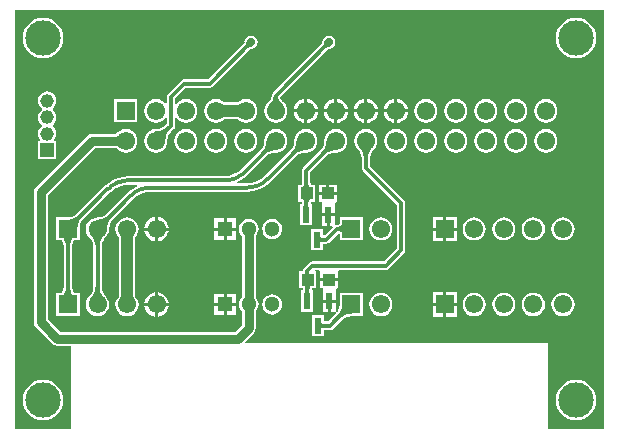
<source format=gbl>
%FSTAX23Y23*%
%MOIN*%
%SFA1B1*%

%IPPOS*%
%ADD10C,0.011810*%
%ADD13C,0.031500*%
%ADD17C,0.039370*%
%ADD18C,0.061020*%
%ADD19R,0.061020X0.061020*%
%ADD20C,0.118110*%
%ADD21C,0.045280*%
%ADD22R,0.045280X0.045280*%
%ADD23C,0.051180*%
%ADD24R,0.051180X0.051180*%
%ADD25C,0.027560*%
%ADD26R,0.023620X0.055120*%
%ADD27R,0.039370X0.039370*%
%LNpanel-1*%
%LPD*%
G36*
X01988Y00023D02*
X01799D01*
Y00244*
Y00307*
X00792*
X0079Y00311*
X0082Y00341*
X00825Y00349*
X00827Y00358*
Y00413*
X00832Y0042*
X00835Y00428*
X00836Y00437*
X00835Y00445*
X00832Y00453*
X00827Y0046*
Y00665*
X00832Y00672*
X00835Y0068*
X00836Y00688*
X00835Y00697*
X00832Y00705*
X00827Y00712*
X0082Y00718*
X00811Y00721*
X00803Y00722*
X00794Y00721*
X00786Y00718*
X00779Y00712*
X00773Y00705*
X0077Y00697*
X00769Y00688*
X0077Y0068*
X00773Y00672*
X00779Y00665*
Y0046*
X00773Y00453*
X0077Y00445*
X00769Y00437*
X0077Y00428*
X00773Y0042*
X00779Y00413*
Y00368*
X00757Y00346*
X00175*
X00134Y00387*
Y00801*
X00291Y00958*
X00359*
X00362Y00957*
X00366Y00955*
X00367Y00954*
X00374Y00949*
X00383Y00945*
X00393Y00943*
X00403Y00945*
X00413Y00949*
X00421Y00955*
X00427Y00963*
X00431Y00972*
X00432Y00982*
X00431Y00992*
X00427Y01002*
X00421Y0101*
X00413Y01016*
X00403Y0102*
X00393Y01021*
X00383Y0102*
X00374Y01016*
X00367Y01011*
X00366Y0101*
X00362Y01007*
X00359Y01006*
X00281*
X00272Y01004*
X00264Y00999*
X00093Y00828*
X00087Y0082*
X00086Y00811*
Y00377*
X00087Y00368*
X00093Y0036*
X00148Y00305*
X00156Y003*
X00165Y00298*
X00212*
Y00023*
X00023*
Y01417*
X01988*
Y00023*
G37*
%LNpanel-2*%
%LPC*%
G36*
X00536Y00683D02*
X00501D01*
Y00648*
X00506Y00649*
X00516Y00653*
X00524Y0066*
X00531Y00668*
X00535Y00678*
X00536Y00683*
G37*
G36*
X00491D02*
X00455D01*
X00456Y00678*
X0046Y00668*
X00467Y0066*
X00475Y00653*
X00485Y00649*
X00491Y00648*
Y00683*
G37*
G36*
X01244Y00727D02*
X01234Y00726D01*
X01224Y00722*
X01216Y00716*
X0121Y00708*
X01206Y00699*
X01205Y00688*
X01206Y00678*
X0121Y00669*
X01216Y00661*
X01224Y00655*
X01234Y00651*
X01244Y0065*
X01254Y00651*
X01263Y00655*
X01271Y00661*
X01277Y00669*
X01281Y00678*
X01282Y00688*
X01281Y00699*
X01277Y00708*
X01271Y00716*
X01263Y00722*
X01254Y00726*
X01244Y00727*
G37*
G36*
X01653D02*
X01643Y00726D01*
X01634Y00722*
X01626Y00716*
X0162Y00708*
X01616Y00699*
X01614Y00688*
X01616Y00678*
X0162Y00669*
X01626Y00661*
X01634Y00655*
X01643Y00651*
X01653Y0065*
X01663Y00651*
X01672Y00655*
X0168Y00661*
X01687Y00669*
X0169Y00678*
X01692Y00688*
X0169Y00699*
X01687Y00708*
X0168Y00716*
X01672Y00722*
X01663Y00726*
X01653Y00727*
G37*
G36*
X01555D02*
X01545Y00726D01*
X01535Y00722*
X01527Y00716*
X01521Y00708*
X01517Y00699*
X01516Y00688*
X01517Y00678*
X01521Y00669*
X01527Y00661*
X01535Y00655*
X01545Y00651*
X01555Y0065*
X01565Y00651*
X01574Y00655*
X01582Y00661*
X01588Y00669*
X01592Y00678*
X01593Y00688*
X01592Y00699*
X01588Y00708*
X01582Y00716*
X01574Y00722*
X01565Y00726*
X01555Y00727*
G37*
G36*
X01193Y01021D02*
X01183Y0102D01*
X01174Y01016*
X01166Y0101*
X0116Y01002*
X01156Y00992*
X01154Y00982*
X01156Y00972*
X0116Y00963*
X01166Y00955*
X01166Y00954*
X01173Y00946*
X01178Y00935*
X01179Y00924*
Y00924*
X01179Y00923*
X01179*
Y00892*
X0118Y00887*
X01183Y00882*
X01296Y00769*
Y00623*
X01254Y0058*
X01015*
X0101Y00579*
X01005Y00576*
X00988Y00559*
X00985Y00554*
X00983Y00549*
Y00547*
X00972*
Y00492*
X00983*
X00983Y00491*
Y00484*
X00978*
Y00413*
X01017*
Y00484*
X01016*
X01014Y00486*
X01013Y00487*
X01015Y00492*
X01027*
Y00547*
X01022*
X01021Y00548*
X01024Y00552*
X01037*
X01041Y00549*
Y00549*
Y00524*
X011*
Y00549*
Y00549*
X01104Y00552*
X01259*
X01265Y00553*
X01269Y00556*
X0132Y00608*
X01324Y00612*
X01325Y00618*
Y00775*
X01324Y0078*
X0132Y00785*
X01207Y00898*
Y00923*
X01207*
X01207Y00924*
Y00924*
X01209Y00935*
X01213Y00946*
X0122Y00954*
X01221Y00955*
X01227Y00963*
X01231Y00972*
X01232Y00982*
X01231Y00992*
X01227Y01002*
X01221Y0101*
X01213Y01016*
X01203Y0102*
X01193Y01021*
G37*
G36*
X011Y00514D02*
X01041D01*
Y0049*
X01051*
Y00486*
Y00453*
X01094*
Y00486*
Y00486*
X01098Y0049*
X011*
Y00514*
G37*
G36*
X01451Y00683D02*
X01416D01*
Y00648*
X01451*
Y00683*
G37*
G36*
X01497Y00477D02*
X01461D01*
Y00442*
X01497*
Y00477*
G37*
G36*
Y00683D02*
X01461D01*
Y00648*
X01497*
Y00683*
G37*
G36*
X01751Y00727D02*
X01741Y00726D01*
X01732Y00722*
X01724Y00716*
X01718Y00708*
X01714Y00699*
X01713Y00688*
X01714Y00678*
X01718Y00669*
X01724Y00661*
X01732Y00655*
X01741Y00651*
X01751Y0065*
X01761Y00651*
X01771Y00655*
X01779Y00661*
X01785Y00669*
X01789Y00678*
X0179Y00688*
X01789Y00699*
X01785Y00708*
X01779Y00716*
X01771Y00722*
X01761Y00726*
X01751Y00727*
G37*
G36*
X00501Y00729D02*
Y00693D01*
X00536*
X00535Y00699*
X00531Y00709*
X00524Y00717*
X00516Y00724*
X00506Y00728*
X00501Y00729*
G37*
G36*
X00491D02*
X00485Y00728D01*
X00475Y00724*
X00467Y00717*
X0046Y00709*
X00456Y00699*
X00455Y00693*
X00491*
Y00729*
G37*
G36*
X00719Y00724D02*
X00688D01*
Y00693*
X00719*
Y00724*
G37*
G36*
X01451Y00729D02*
X01416D01*
Y00693*
X01451*
Y00729*
G37*
G36*
X0076Y00724D02*
X00729D01*
Y00693*
X0076*
Y00724*
G37*
G36*
X00719Y00683D02*
X00688D01*
Y00653*
X00719*
Y00683*
G37*
G36*
X0185Y00727D02*
X0184Y00726D01*
X01831Y00722*
X01823Y00716*
X01816Y00708*
X01813Y00699*
X01811Y00688*
X01813Y00678*
X01816Y00669*
X01823Y00661*
X01831Y00655*
X0184Y00651*
X0185Y0065*
X0186Y00651*
X01869Y00655*
X01877Y00661*
X01883Y00669*
X01887Y00678*
X01889Y00688*
X01887Y00699*
X01883Y00708*
X01877Y00716*
X01869Y00722*
X0186Y00726*
X0185Y00727*
G37*
G36*
X0076Y00683D02*
X00729D01*
Y00653*
X0076*
Y00683*
G37*
G36*
X0109Y00731D02*
X01073D01*
Y00698*
X01081*
X01083Y00694*
X01057Y00667*
X01051*
Y00688*
X01011*
Y00618*
X01051*
Y00639*
X01062*
X01068Y0064*
X01072Y00643*
X01102Y00673*
X01107Y00671*
Y0065*
X01184*
Y00727*
X01107*
Y00705*
X01105Y00704*
X01099Y00703*
X01098Y00703*
Y00703*
X01094Y00702*
X0109Y00705*
Y00731*
G37*
G36*
X00881Y00722D02*
X00873Y00721D01*
X00865Y00718*
X00858Y00712*
X00852Y00705*
X00849Y00697*
X00848Y00688*
X00849Y0068*
X00852Y00672*
X00858Y00665*
X00865Y00659*
X00873Y00656*
X00881Y00655*
X0089Y00656*
X00898Y00659*
X00905Y00665*
X00911Y00672*
X00914Y0068*
X00915Y00688*
X00914Y00697*
X00911Y00705*
X00905Y00712*
X00898Y00718*
X0089Y00721*
X00881Y00722*
G37*
G36*
X01244Y00475D02*
X01234Y00474D01*
X01224Y0047*
X01216Y00464*
X0121Y00456*
X01206Y00447*
X01205Y00437*
X01206Y00426*
X0121Y00417*
X01216Y00409*
X01224Y00403*
X01234Y00399*
X01244Y00398*
X01254Y00399*
X01263Y00403*
X01271Y00409*
X01277Y00417*
X01281Y00426*
X01282Y00437*
X01281Y00447*
X01277Y00456*
X01271Y00464*
X01263Y0047*
X01254Y00474*
X01244Y00475*
G37*
G36*
X00397Y00727D02*
X00387Y00726D01*
X00378Y00722*
X0037Y00716*
X00364Y00708*
X0036Y00699*
X00358Y00688*
X0036Y00678*
X00364Y00669*
X00369Y00662*
Y00463*
X00364Y00456*
X0036Y00447*
X00358Y00437*
X0036Y00426*
X00364Y00417*
X0037Y00409*
X00378Y00403*
X00387Y00399*
X00397Y00398*
X00407Y00399*
X00417Y00403*
X00425Y00409*
X00431Y00417*
X00435Y00426*
X00436Y00437*
X00435Y00447*
X00431Y00456*
X00425Y00463*
Y00662*
X00431Y00669*
X00435Y00678*
X00436Y00688*
X00435Y00699*
X00431Y00708*
X00425Y00716*
X00417Y00722*
X00407Y00726*
X00397Y00727*
G37*
G36*
X01555Y00475D02*
X01545Y00474D01*
X01535Y0047*
X01527Y00464*
X01521Y00456*
X01517Y00447*
X01516Y00437*
X01517Y00426*
X01521Y00417*
X01527Y00409*
X01535Y00403*
X01545Y00399*
X01555Y00398*
X01565Y00399*
X01574Y00403*
X01582Y00409*
X01588Y00417*
X01592Y00426*
X01593Y00437*
X01592Y00447*
X01588Y00456*
X01582Y00464*
X01574Y0047*
X01565Y00474*
X01555Y00475*
G37*
G36*
X01751D02*
X01741Y00474D01*
X01732Y0047*
X01724Y00464*
X01718Y00456*
X01714Y00447*
X01713Y00437*
X01714Y00426*
X01718Y00417*
X01724Y00409*
X01732Y00403*
X01741Y00399*
X01751Y00398*
X01761Y00399*
X01771Y00403*
X01779Y00409*
X01785Y00417*
X01789Y00426*
X0179Y00437*
X01789Y00447*
X01785Y00456*
X01779Y00464*
X01771Y0047*
X01761Y00474*
X01751Y00475*
G37*
G36*
X01653D02*
X01643Y00474D01*
X01634Y0047*
X01626Y00464*
X0162Y00456*
X01616Y00447*
X01614Y00437*
X01616Y00426*
X0162Y00417*
X01626Y00409*
X01634Y00403*
X01643Y00399*
X01653Y00398*
X01663Y00399*
X01672Y00403*
X0168Y00409*
X01687Y00417*
X0169Y00426*
X01692Y00437*
X0169Y00447*
X01687Y00456*
X0168Y00464*
X01672Y0047*
X01663Y00474*
X01653Y00475*
G37*
G36*
X00536Y00432D02*
X00501D01*
Y00396*
X00506Y00397*
X00516Y00401*
X00524Y00408*
X00531Y00416*
X00535Y00426*
X00536Y00432*
G37*
G36*
X01894Y00185D02*
X0188Y00184D01*
X01868Y0018*
X01856Y00174*
X01846Y00165*
X01838Y00155*
X01831Y00143*
X01828Y00131*
X01826Y00118*
X01828Y00104*
X01831Y00092*
X01838Y0008*
X01846Y0007*
X01856Y00062*
X01868Y00055*
X0188Y00052*
X01894Y0005*
X01907Y00052*
X01919Y00055*
X01931Y00062*
X01941Y0007*
X0195Y0008*
X01956Y00092*
X0196Y00104*
X01961Y00118*
X0196Y00131*
X01956Y00143*
X0195Y00155*
X01941Y00165*
X01931Y00174*
X01919Y0018*
X01907Y00184*
X01894Y00185*
G37*
G36*
X00118D02*
X00104Y00184D01*
X00092Y0018*
X0008Y00174*
X0007Y00165*
X00062Y00155*
X00055Y00143*
X00052Y00131*
X0005Y00118*
X00052Y00104*
X00055Y00092*
X00062Y0008*
X0007Y0007*
X0008Y00062*
X00092Y00055*
X00104Y00052*
X00118Y0005*
X00131Y00052*
X00143Y00055*
X00155Y00062*
X00165Y0007*
X00174Y0008*
X0018Y00092*
X00184Y00104*
X00185Y00118*
X00184Y00131*
X0018Y00143*
X00174Y00155*
X00165Y00165*
X00155Y00174*
X00143Y0018*
X00131Y00184*
X00118Y00185*
G37*
G36*
X01451Y00432D02*
X01416D01*
Y00396*
X01451*
Y00432*
G37*
G36*
X00491D02*
X00455D01*
X00456Y00426*
X0046Y00416*
X00467Y00408*
X00475Y00401*
X00485Y00397*
X00491Y00396*
Y00432*
G37*
G36*
X01497D02*
X01461D01*
Y00396*
X01497*
Y00432*
G37*
G36*
X00501Y00477D02*
Y00442D01*
X00536*
X00535Y00447*
X00531Y00457*
X00524Y00465*
X00516Y00472*
X00506Y00476*
X00501Y00477*
G37*
G36*
X00491D02*
X00485Y00476D01*
X00475Y00472*
X00467Y00465*
X0046Y00457*
X00456Y00447*
X00455Y00442*
X00491*
Y00477*
G37*
G36*
X00719Y00472D02*
X00688D01*
Y00442*
X00719*
Y00472*
G37*
G36*
X01451Y00477D02*
X01416D01*
Y00442*
X01451*
Y00477*
G37*
G36*
X0076Y00472D02*
X00729D01*
Y00442*
X0076*
Y00472*
G37*
G36*
X01184Y00475D02*
X01107D01*
Y00438*
X01107Y00437*
X01107Y00436*
X01105Y00425*
X01101Y00414*
X01099Y00412*
X01097Y00412*
X01094Y00413*
Y00443*
X01077*
Y00411*
X01093*
X01094Y00408*
X01095Y00406*
X01094Y00405*
X01094Y00405*
X01093Y00405*
X01093Y00404*
X01068Y0038*
X01055*
Y00401*
X01015*
Y0033*
X01055*
Y00352*
X01074*
X0108Y00353*
X01084Y00356*
X01113Y00385*
X01113Y00385*
X01114Y00385*
X01114Y00385*
X01122Y00392*
X01133Y00396*
X01145Y00398*
X01145Y00398*
X01147Y00398*
X01184*
Y00475*
G37*
G36*
X00719Y00432D02*
X00688D01*
Y00401*
X00719*
Y00432*
G37*
G36*
X0185Y00475D02*
X0184Y00474D01*
X01831Y0047*
X01823Y00464*
X01816Y00456*
X01813Y00447*
X01811Y00437*
X01813Y00426*
X01816Y00417*
X01823Y00409*
X01831Y00403*
X0184Y00399*
X0185Y00398*
X0186Y00399*
X01869Y00403*
X01877Y00409*
X01883Y00417*
X01887Y00426*
X01889Y00437*
X01887Y00447*
X01883Y00456*
X01877Y00464*
X01869Y0047*
X0186Y00474*
X0185Y00475*
G37*
G36*
X0076Y00432D02*
X00729D01*
Y00401*
X0076*
Y00432*
G37*
G36*
X01067Y00443D02*
X01051D01*
Y00411*
X01067*
Y00443*
G37*
G36*
X00881Y0047D02*
X00873Y00469D01*
X00865Y00466*
X00858Y0046*
X00852Y00453*
X00849Y00445*
X00848Y00437*
X00849Y00428*
X00852Y0042*
X00858Y00413*
X00865Y00407*
X00873Y00404*
X00881Y00403*
X0089Y00404*
X00898Y00407*
X00905Y00413*
X00911Y0042*
X00914Y00428*
X00915Y00437*
X00914Y00445*
X00911Y00453*
X00905Y0046*
X00898Y00466*
X0089Y00469*
X00881Y0047*
G37*
G36*
X01497Y00729D02*
X01461D01*
Y00693*
X01497*
Y00729*
G37*
G36*
X01793Y01121D02*
X01783Y0112D01*
X01774Y01116*
X01766Y0111*
X0176Y01102*
X01756Y01092*
X01754Y01082*
X01756Y01072*
X0176Y01063*
X01766Y01055*
X01774Y01049*
X01783Y01045*
X01793Y01043*
X01803Y01045*
X01813Y01049*
X01821Y01055*
X01827Y01063*
X01831Y01072*
X01832Y01082*
X01831Y01092*
X01827Y01102*
X01821Y0111*
X01813Y01116*
X01803Y0112*
X01793Y01121*
G37*
G36*
X01693D02*
X01683Y0112D01*
X01674Y01116*
X01666Y0111*
X0166Y01102*
X01656Y01092*
X01654Y01082*
X01656Y01072*
X0166Y01063*
X01666Y01055*
X01674Y01049*
X01683Y01045*
X01693Y01043*
X01703Y01045*
X01713Y01049*
X01721Y01055*
X01727Y01063*
X01731Y01072*
X01732Y01082*
X01731Y01092*
X01727Y01102*
X01721Y0111*
X01713Y01116*
X01703Y0112*
X01693Y01121*
G37*
G36*
X00432Y01121D02*
X00355D01*
Y01044*
X00432*
Y01121*
G37*
G36*
X00998Y01122D02*
Y01087D01*
X01033*
X01033Y01093*
X01029Y01103*
X01022Y01111*
X01014Y01118*
X01004Y01122*
X00998Y01122*
G37*
G36*
X00988D02*
X00983Y01122D01*
X00973Y01118*
X00964Y01111*
X00958Y01103*
X00954Y01093*
X00953Y01087*
X00988*
Y01122*
G37*
G36*
X01333Y01077D02*
X01298D01*
Y01042*
X01304Y01043*
X01314Y01047*
X01322Y01053*
X01329Y01062*
X01333Y01072*
X01333Y01077*
G37*
G36*
X01288D02*
X01253D01*
X01254Y01072*
X01258Y01062*
X01264Y01053*
X01273Y01047*
X01283Y01043*
X01288Y01042*
Y01077*
G37*
G36*
X01393Y01121D02*
X01383Y0112D01*
X01374Y01116*
X01366Y0111*
X0136Y01102*
X01356Y01092*
X01354Y01082*
X01356Y01072*
X0136Y01063*
X01366Y01055*
X01374Y01049*
X01383Y01045*
X01393Y01043*
X01403Y01045*
X01413Y01049*
X01421Y01055*
X01427Y01063*
X01431Y01072*
X01432Y01082*
X01431Y01092*
X01427Y01102*
X01421Y0111*
X01413Y01116*
X01403Y0112*
X01393Y01121*
G37*
G36*
X01593D02*
X01583Y0112D01*
X01574Y01116*
X01566Y0111*
X0156Y01102*
X01556Y01092*
X01554Y01082*
X01556Y01072*
X0156Y01063*
X01566Y01055*
X01574Y01049*
X01583Y01045*
X01593Y01043*
X01603Y01045*
X01613Y01049*
X01621Y01055*
X01627Y01063*
X01631Y01072*
X01632Y01082*
X01631Y01092*
X01627Y01102*
X01621Y0111*
X01613Y01116*
X01603Y0112*
X01593Y01121*
G37*
G36*
X01493D02*
X01483Y0112D01*
X01474Y01116*
X01466Y0111*
X0146Y01102*
X01456Y01092*
X01454Y01082*
X01456Y01072*
X0146Y01063*
X01466Y01055*
X01474Y01049*
X01483Y01045*
X01493Y01043*
X01503Y01045*
X01513Y01049*
X01521Y01055*
X01527Y01063*
X01531Y01072*
X01532Y01082*
X01531Y01092*
X01527Y01102*
X01521Y0111*
X01513Y01116*
X01503Y0112*
X01493Y01121*
G37*
G36*
X01088Y01122D02*
X01083Y01122D01*
X01073Y01118*
X01064Y01111*
X01058Y01103*
X01054Y01093*
X01053Y01087*
X01088*
Y01122*
G37*
G36*
X00118Y01392D02*
X00104Y01391D01*
X00092Y01387*
X0008Y01381*
X0007Y01372*
X00062Y01362*
X00055Y0135*
X00052Y01338*
X0005Y01325*
X00052Y01312*
X00055Y01299*
X00062Y01287*
X0007Y01277*
X0008Y01269*
X00092Y01263*
X00104Y01259*
X00118Y01257*
X00131Y01259*
X00143Y01263*
X00155Y01269*
X00165Y01277*
X00174Y01287*
X0018Y01299*
X00184Y01312*
X00185Y01325*
X00184Y01338*
X0018Y0135*
X00174Y01362*
X00165Y01372*
X00155Y01381*
X00143Y01387*
X00131Y01391*
X00118Y01392*
G37*
G36*
X00793Y01121D02*
X00783Y0112D01*
X00774Y01116*
X00766Y0111*
X0072*
X00713Y01116*
X00703Y0112*
X00693Y01121*
X00683Y0112*
X00674Y01116*
X00666Y0111*
X0066Y01102*
X00656Y01092*
X00654Y01082*
X00656Y01072*
X0066Y01063*
X00666Y01055*
X00674Y01049*
X00683Y01045*
X00693Y01043*
X00703Y01045*
X00713Y01049*
X0072Y01054*
X00766*
X00774Y01049*
X00783Y01045*
X00793Y01043*
X00803Y01045*
X00813Y01049*
X00821Y01055*
X00827Y01063*
X00831Y01072*
X00832Y01082*
X00831Y01092*
X00827Y01102*
X00821Y0111*
X00813Y01116*
X00803Y0112*
X00793Y01121*
G37*
G36*
X01894Y01392D02*
X0188Y01391D01*
X01868Y01387*
X01856Y01381*
X01846Y01372*
X01838Y01362*
X01831Y0135*
X01828Y01338*
X01826Y01325*
X01828Y01312*
X01831Y01299*
X01838Y01287*
X01846Y01277*
X01856Y01269*
X01868Y01263*
X0188Y01259*
X01894Y01257*
X01907Y01259*
X01919Y01263*
X01931Y01269*
X01941Y01277*
X0195Y01287*
X01956Y01299*
X0196Y01312*
X01961Y01325*
X0196Y01338*
X01956Y0135*
X0195Y01362*
X01941Y01372*
X01931Y01381*
X01919Y01387*
X01907Y01391*
X01894Y01392*
G37*
G36*
X0107Y01333D02*
X01062Y01331D01*
X01055Y01326*
X0105Y01319*
X01048Y01311*
X01048Y0131*
X01047Y01307*
X01047Y01307*
X01047Y01307*
X01047Y01307*
X00883Y01143*
X0088Y01139*
X00879Y01133*
X00879*
X00879Y01133*
X00878Y01126*
X00876Y0112*
X00871Y01114*
X00869Y01113*
X00869Y01112*
X00868Y01111*
X00868Y01111*
X00866Y0111*
X0086Y01102*
X00856Y01092*
X00854Y01082*
X00856Y01072*
X0086Y01063*
X00866Y01055*
X00874Y01049*
X00883Y01045*
X00893Y01043*
X00903Y01045*
X00913Y01049*
X00921Y01055*
X00927Y01063*
X00931Y01072*
X00932Y01082*
X00931Y01092*
X00927Y01102*
X00921Y0111*
X00919Y01111*
X00919Y01111*
X00918Y01112*
X00917Y01113*
X00915Y01114*
X00911Y0112*
X00908Y01126*
X00908Y01128*
X01067Y01287*
X01067Y01287*
X01067Y01287*
X01067Y01287*
X0107Y01289*
X0107Y01288*
X01079Y0129*
X01086Y01295*
X01091Y01302*
X01092Y01311*
X01091Y01319*
X01086Y01326*
X01079Y01331*
X0107Y01333*
G37*
G36*
X00811D02*
X00802Y01331D01*
X00795Y01326*
X0079Y01319*
X00788Y01311*
X00789Y0131*
X00787Y01307*
X00787Y01307*
X00787Y01307*
X00787Y01307*
X00667Y01187*
X00586*
X00581Y01186*
X00576Y01183*
X00533Y01139*
X0053Y01135*
X00529Y01129*
Y01107*
X00524Y01105*
X00521Y0111*
X00513Y01116*
X00503Y0112*
X00493Y01121*
X00483Y0112*
X00474Y01116*
X00466Y0111*
X0046Y01102*
X00456Y01092*
X00454Y01082*
X00456Y01072*
X0046Y01063*
X00466Y01055*
X00474Y01049*
X00483Y01045*
X00493Y01043*
X00503Y01045*
X00513Y01049*
X00521Y01055*
X00524Y01059*
X00529Y01058*
Y01038*
X00525Y01034*
X00525Y01034*
X00525Y01034*
X00524Y01033*
X00516Y01027*
X00505Y01022*
X00494Y01021*
X00493Y01021*
X00483Y0102*
X00474Y01016*
X00466Y0101*
X0046Y01002*
X00456Y00992*
X00454Y00982*
X00456Y00972*
X0046Y00963*
X00466Y00955*
X00474Y00949*
X00483Y00945*
X00493Y00943*
X00503Y00945*
X00513Y00949*
X00521Y00955*
X00527Y00963*
X00531Y00972*
X00532Y00982*
X00532Y00983*
X00533Y00994*
X00538Y01005*
X00544Y01013*
X00545Y01014*
X00545Y01014*
X00545Y01014*
X00553Y01022*
X00556Y01026*
X00557Y01032*
Y01059*
X00562Y0106*
X00566Y01055*
X00574Y01049*
X00583Y01045*
X00593Y01043*
X00603Y01045*
X00613Y01049*
X00621Y01055*
X00627Y01063*
X00631Y01072*
X00632Y01082*
X00631Y01092*
X00627Y01102*
X00621Y0111*
X00613Y01116*
X00603Y0112*
X00593Y01121*
X00583Y0112*
X00574Y01116*
X00566Y0111*
X00562Y01104*
X00557Y01106*
Y01124*
X00592Y01159*
X00673*
X00678Y0116*
X00683Y01163*
X00807Y01287*
Y01287*
X00807Y01287*
X00807Y01287*
X0081Y01289*
X00811Y01288*
X00819Y0129*
X00826Y01295*
X00831Y01302*
X00833Y01311*
X00831Y01319*
X00826Y01326*
X00819Y01331*
X00811Y01333*
G37*
G36*
X01188Y01122D02*
X01183Y01122D01*
X01173Y01118*
X01164Y01111*
X01158Y01103*
X01154Y01093*
X01153Y01087*
X01188*
Y01122*
G37*
G36*
X01098D02*
Y01087D01*
X01133*
X01133Y01093*
X01129Y01103*
X01122Y01111*
X01114Y01118*
X01104Y01122*
X01098Y01122*
G37*
G36*
X01198D02*
Y01087D01*
X01233*
X01233Y01093*
X01229Y01103*
X01222Y01111*
X01214Y01118*
X01204Y01122*
X01198Y01122*
G37*
G36*
X01298D02*
Y01087D01*
X01333*
X01333Y01093*
X01329Y01103*
X01322Y01111*
X01314Y01118*
X01304Y01122*
X01298Y01122*
G37*
G36*
X01288D02*
X01283Y01122D01*
X01273Y01118*
X01264Y01111*
X01258Y01103*
X01254Y01093*
X01253Y01087*
X01288*
Y01122*
G37*
G36*
X01233Y01077D02*
X01198D01*
Y01042*
X01204Y01043*
X01214Y01047*
X01222Y01053*
X01229Y01062*
X01233Y01072*
X01233Y01077*
G37*
G36*
X00693Y01021D02*
X00683Y0102D01*
X00674Y01016*
X00666Y0101*
X0066Y01002*
X00656Y00992*
X00654Y00982*
X00656Y00972*
X0066Y00963*
X00666Y00955*
X00674Y00949*
X00683Y00945*
X00693Y00943*
X00703Y00945*
X00713Y00949*
X00721Y00955*
X00727Y00963*
X00731Y00972*
X00732Y00982*
X00731Y00992*
X00727Y01002*
X00721Y0101*
X00713Y01016*
X00703Y0102*
X00693Y01021*
G37*
G36*
X00593D02*
X00583Y0102D01*
X00574Y01016*
X00566Y0101*
X0056Y01002*
X00556Y00992*
X00554Y00982*
X00556Y00972*
X0056Y00963*
X00566Y00955*
X00574Y00949*
X00583Y00945*
X00593Y00943*
X00603Y00945*
X00613Y00949*
X00621Y00955*
X00627Y00963*
X00631Y00972*
X00632Y00982*
X00631Y00992*
X00627Y01002*
X00621Y0101*
X00613Y01016*
X00603Y0102*
X00593Y01021*
G37*
G36*
X00793D02*
X00783Y0102D01*
X00774Y01016*
X00766Y0101*
X0076Y01002*
X00756Y00992*
X00754Y00982*
X00756Y00972*
X0076Y00963*
X00766Y00955*
X00774Y00949*
X00783Y00945*
X00793Y00943*
X00803Y00945*
X00813Y00949*
X00821Y00955*
X00827Y00963*
X00831Y00972*
X00832Y00982*
X00831Y00992*
X00827Y01002*
X00821Y0101*
X00813Y01016*
X00803Y0102*
X00793Y01021*
G37*
G36*
X01093D02*
X01083Y0102D01*
X01074Y01016*
X01066Y0101*
X0106Y01002*
X01056Y00992*
X01054Y00982*
X01055Y00981*
X01053Y0097*
X01049Y00959*
X01042Y00951*
X01042Y00951*
X01041Y0095*
X01041Y0095*
X00984Y00893*
X00981Y00888*
X0098Y00883*
Y00845*
X00979*
X0098Y00843*
Y00835*
X00979Y00834*
X00968*
Y00779*
X00979*
X0098Y00778*
Y00771*
X00974*
Y007*
X01013*
Y00771*
X01012*
X0101Y00773*
X01009Y00775*
X01011Y00779*
X01023*
Y00834*
X0101*
X01009Y00838*
X01008Y00845*
X01008*
Y00877*
X01061Y0093*
X01061Y0093*
X01062Y00931*
X01062Y00931*
X0107Y00938*
X01081Y00942*
X01092Y00944*
X01093Y00943*
X01103Y00945*
X01113Y00949*
X01121Y00955*
X01127Y00963*
X01131Y00972*
X01132Y00982*
X01131Y00992*
X01127Y01002*
X01121Y0101*
X01113Y01016*
X01103Y0102*
X01093Y01021*
G37*
G36*
X00993D02*
X00983Y0102D01*
X00974Y01016*
X00966Y0101*
X0096Y01002*
X00956Y00992*
X00954Y00982*
X00955Y00981*
X00953Y0097*
X00949Y00959*
X00942Y00951*
X00942Y00951*
X00941Y0095*
X00941Y0095*
X00857Y00865*
X00856Y00865*
X00844Y00855*
X00829Y00847*
X00813Y00842*
X00796Y0084*
X00796Y0084*
X00765*
X00764Y00845*
X00771Y00848*
X00787Y00858*
X008Y00869*
X008Y00869*
X00861Y0093*
X00861Y0093*
X00862Y00931*
X00862Y00931*
X0087Y00938*
X00881Y00942*
X00892Y00944*
X00893Y00943*
X00903Y00945*
X00913Y00949*
X00921Y00955*
X00927Y00963*
X00931Y00972*
X00932Y00982*
X00931Y00992*
X00927Y01002*
X00921Y0101*
X00913Y01016*
X00903Y0102*
X00893Y01021*
X00883Y0102*
X00874Y01016*
X00866Y0101*
X0086Y01002*
X00856Y00992*
X00854Y00982*
X00855Y00981*
X00853Y0097*
X00849Y00959*
X00842Y00951*
X00842Y00951*
X00841Y0095*
X00841Y0095*
X0078Y00889*
X0078Y00889*
X00767Y00878*
X00752Y0087*
X00736Y00865*
X0072Y00864*
X0072Y00864*
X00403*
Y00864*
X00385Y00863*
X00368Y00858*
X00351Y00852*
X00336Y00842*
X00322Y00831*
X00322Y00831*
X00232Y0074*
X00232Y0074*
X00232Y0074*
X00232Y0074*
X00223Y00733*
X00212Y00729*
X002Y00727*
X002Y00727*
X00199Y00727*
X00162*
Y0065*
X00181*
X00185Y00641*
X00186Y0063*
Y0063*
X00186Y00629*
X00186*
Y00496*
X00186*
X00186Y00495*
Y00495*
X00185Y00484*
X00181Y00475*
X00162*
Y00398*
X00239*
Y00475*
X0022*
X00216Y00484*
X00214Y00495*
Y00495*
X00214Y00496*
X00214*
Y00629*
X00214*
X00214Y0063*
Y0063*
X00216Y00641*
X0022Y0065*
X00239*
Y00687*
X00239Y00688*
X00239Y00689*
X0024Y007*
X00245Y00711*
X00251Y0072*
X00252Y0072*
X00252Y0072*
X00252Y00721*
X00342Y00811*
X00343Y00811*
X00355Y00822*
X0037Y00829*
X00386Y00834*
X00403Y00836*
X00403Y00836*
X00432*
X00433Y00831*
X00426Y00828*
X00411Y00819*
X00397Y00807*
X00397Y00807*
X00331Y0074*
X00331Y0074*
X0033Y0074*
X0033Y0074*
X00321Y00733*
X0031Y00729*
X003Y00727*
X00299Y00727*
X00289Y00726*
X00279Y00722*
X00271Y00716*
X00265Y00708*
X00261Y00699*
X0026Y00688*
X00261Y00678*
X00265Y00669*
X00271Y00661*
X00272Y00661*
X00279Y00652*
X00283Y00641*
X00285Y0063*
Y0063*
X00285Y00629*
X00285*
Y00496*
X00285*
X00285Y00495*
Y00495*
X00283Y00484*
X00279Y00473*
X00272Y00464*
X00271Y00464*
X00265Y00456*
X00261Y00447*
X0026Y00437*
X00261Y00426*
X00265Y00417*
X00271Y00409*
X00279Y00403*
X00289Y00399*
X00299Y00398*
X00309Y00399*
X00318Y00403*
X00326Y00409*
X00332Y00417*
X00336Y00426*
X00337Y00437*
X00336Y00447*
X00332Y00456*
X00326Y00464*
X00325Y00464*
X00319Y00473*
X00314Y00484*
X00313Y00495*
Y00495*
X00313Y00496*
X00313*
Y00629*
X00313*
X00313Y0063*
Y0063*
X00314Y00641*
X00319Y00652*
X00325Y00661*
X00326Y00661*
X00332Y00669*
X00336Y00678*
X00337Y00688*
X00337Y00689*
X00339Y007*
X00343Y00711*
X0035Y0072*
X0035Y0072*
X00351Y0072*
X00351Y00721*
X00417Y00787*
X00418Y00788*
X0043Y00798*
X00445Y00806*
X00461Y00811*
X00477Y00812*
X00478Y00812*
X00796*
Y00812*
X00814Y00814*
X00831Y00818*
X00848Y00825*
X00863Y00834*
X00877Y00846*
X00877Y00846*
X00961Y0093*
X00961Y0093*
X00962Y00931*
X00962Y00931*
X0097Y00938*
X00981Y00942*
X00992Y00944*
X00993Y00943*
X01003Y00945*
X01013Y00949*
X01021Y00955*
X01027Y00963*
X01031Y00972*
X01032Y00982*
X01031Y00992*
X01027Y01002*
X01021Y0101*
X01013Y01016*
X01003Y0102*
X00993Y01021*
G37*
G36*
X01096Y00802D02*
X01037D01*
Y00777*
X01047*
Y00773*
Y00741*
X0109*
Y00773*
Y00773*
X01094Y00777*
X01096*
Y00802*
G37*
G36*
X01063Y00731D02*
X01047D01*
Y00698*
X01063*
Y00731*
G37*
G36*
X01061Y00836D02*
X01037D01*
Y00812*
X01061*
Y00836*
G37*
G36*
X00131Y01147D02*
X00123Y01146D01*
X00116Y01143*
X0011Y01138*
X00105Y01131*
X00102Y01124*
X00101Y01116*
X00102Y01108*
X00105Y01101*
X0011Y01094*
X00114Y01091*
Y01086*
X0011Y01083*
X00105Y01076*
X00102Y01069*
X00101Y01061*
X00102Y01053*
X00105Y01046*
X0011Y01039*
X00114Y01036*
Y01031*
X0011Y01028*
X00105Y01021*
X00102Y01014*
X00101Y01006*
X00102Y00998*
X00105Y0099*
X00108Y00986*
X00106Y00981*
X00101*
Y0092*
X00162*
Y00981*
X00157*
X00154Y00986*
X00158Y0099*
X00161Y00998*
X00162Y01006*
X00161Y01014*
X00158Y01021*
X00153Y01028*
X00149Y01031*
Y01036*
X00153Y01039*
X00158Y01046*
X00161Y01053*
X00162Y01061*
X00161Y01069*
X00158Y01076*
X00153Y01083*
X00149Y01086*
Y01091*
X00153Y01094*
X00158Y01101*
X00161Y01108*
X00162Y01116*
X00161Y01124*
X00158Y01131*
X00153Y01138*
X00147Y01143*
X00139Y01146*
X00131Y01147*
G37*
G36*
X01096Y00836D02*
X01071D01*
Y00812*
X01096*
Y00836*
G37*
G36*
X01293Y01021D02*
X01283Y0102D01*
X01274Y01016*
X01266Y0101*
X0126Y01002*
X01256Y00992*
X01254Y00982*
X01256Y00972*
X0126Y00963*
X01266Y00955*
X01274Y00949*
X01283Y00945*
X01293Y00943*
X01303Y00945*
X01313Y00949*
X01321Y00955*
X01327Y00963*
X01331Y00972*
X01332Y00982*
X01331Y00992*
X01327Y01002*
X01321Y0101*
X01313Y01016*
X01303Y0102*
X01293Y01021*
G37*
G36*
X01033Y01077D02*
X00998D01*
Y01042*
X01004Y01043*
X01014Y01047*
X01022Y01053*
X01029Y01062*
X01033Y01072*
X01033Y01077*
G37*
G36*
X00988D02*
X00953D01*
X00954Y01072*
X00958Y01062*
X00964Y01053*
X00973Y01047*
X00983Y01043*
X00988Y01042*
Y01077*
G37*
G36*
X01088D02*
X01053D01*
X01054Y01072*
X01058Y01062*
X01064Y01053*
X01073Y01047*
X01083Y01043*
X01088Y01042*
Y01077*
G37*
G36*
X01188D02*
X01153D01*
X01154Y01072*
X01158Y01062*
X01164Y01053*
X01173Y01047*
X01183Y01043*
X01188Y01042*
Y01077*
G37*
G36*
X01133D02*
X01098D01*
Y01042*
X01104Y01043*
X01114Y01047*
X01122Y01053*
X01129Y01062*
X01133Y01072*
X01133Y01077*
G37*
G36*
X01493Y01021D02*
X01483Y0102D01*
X01474Y01016*
X01466Y0101*
X0146Y01002*
X01456Y00992*
X01454Y00982*
X01456Y00972*
X0146Y00963*
X01466Y00955*
X01474Y00949*
X01483Y00945*
X01493Y00943*
X01503Y00945*
X01513Y00949*
X01521Y00955*
X01527Y00963*
X01531Y00972*
X01532Y00982*
X01531Y00992*
X01527Y01002*
X01521Y0101*
X01513Y01016*
X01503Y0102*
X01493Y01021*
G37*
G36*
X01393D02*
X01383Y0102D01*
X01374Y01016*
X01366Y0101*
X0136Y01002*
X01356Y00992*
X01354Y00982*
X01356Y00972*
X0136Y00963*
X01366Y00955*
X01374Y00949*
X01383Y00945*
X01393Y00943*
X01403Y00945*
X01413Y00949*
X01421Y00955*
X01427Y00963*
X01431Y00972*
X01432Y00982*
X01431Y00992*
X01427Y01002*
X01421Y0101*
X01413Y01016*
X01403Y0102*
X01393Y01021*
G37*
G36*
X01593D02*
X01583Y0102D01*
X01574Y01016*
X01566Y0101*
X0156Y01002*
X01556Y00992*
X01554Y00982*
X01556Y00972*
X0156Y00963*
X01566Y00955*
X01574Y00949*
X01583Y00945*
X01593Y00943*
X01603Y00945*
X01613Y00949*
X01621Y00955*
X01627Y00963*
X01631Y00972*
X01632Y00982*
X01631Y00992*
X01627Y01002*
X01621Y0101*
X01613Y01016*
X01603Y0102*
X01593Y01021*
G37*
G36*
X01793D02*
X01783Y0102D01*
X01774Y01016*
X01766Y0101*
X0176Y01002*
X01756Y00992*
X01754Y00982*
X01756Y00972*
X0176Y00963*
X01766Y00955*
X01774Y00949*
X01783Y00945*
X01793Y00943*
X01803Y00945*
X01813Y00949*
X01821Y00955*
X01827Y00963*
X01831Y00972*
X01832Y00982*
X01831Y00992*
X01827Y01002*
X01821Y0101*
X01813Y01016*
X01803Y0102*
X01793Y01021*
G37*
G36*
X01693D02*
X01683Y0102D01*
X01674Y01016*
X01666Y0101*
X0166Y01002*
X01656Y00992*
X01654Y00982*
X01656Y00972*
X0166Y00963*
X01666Y00955*
X01674Y00949*
X01683Y00945*
X01693Y00943*
X01703Y00945*
X01713Y00949*
X01721Y00955*
X01727Y00963*
X01731Y00972*
X01732Y00982*
X01731Y00992*
X01727Y01002*
X01721Y0101*
X01713Y01016*
X01703Y0102*
X01693Y01021*
G37*
%LNpanel-3*%
%LPD*%
G54D10*
X00796Y00826D02*
D01*
X00803Y00827*
X0081Y00827*
X00817Y00828*
X00823Y0083*
X0083Y00832*
X00837Y00835*
X00843Y00838*
X00849Y00841*
X00855Y00845*
X0086Y0085*
X00865Y00854*
X00867Y00856*
X00478Y00826D02*
D01*
X00471Y00826*
X00464Y00825*
X00457Y00824*
X0045Y00822*
X00444Y0082*
X00437Y00818*
X00431Y00815*
X00425Y00811*
X00419Y00807*
X00414Y00803*
X00408Y00798*
X00407Y00797*
X0072Y0085D02*
D01*
X00726Y0085*
X00733Y00851*
X0074Y00852*
X00747Y00854*
X00754Y00856*
X0076Y00859*
X00766Y00862*
X00772Y00865*
X00778Y00869*
X00784Y00873*
X00789Y00878*
X0079Y00879*
X00403Y0085D02*
D01*
X00396Y0085*
X00389Y00849*
X00382Y00848*
X00376Y00846*
X00369Y00844*
X00362Y00841*
X00356Y00838*
X0035Y00835*
X00344Y00831*
X00339Y00826*
X00334Y00822*
X00332Y00821*
X00811Y01303D02*
D01*
X00809Y01303*
X00808Y01302*
X00807Y01302*
X00805Y01302*
X00804Y01302*
X00803Y01301*
X00802Y013*
X008Y013*
X00799Y01299*
X00798Y01298*
X00797Y01297*
X00797Y01297*
D01*
X00798Y01298*
X00799Y01299*
X008Y013*
X008Y01301*
X00801Y01302*
X00801Y01304*
X00802Y01305*
X00802Y01306*
X00802Y01308*
X00803Y01309*
X00803Y0131*
X00803Y01311*
X0107Y01303D02*
D01*
X01069Y01303*
X01068Y01302*
X01066Y01302*
X01065Y01302*
X01064Y01302*
X01063Y01301*
X01061Y013*
X0106Y013*
X01059Y01299*
X01058Y01298*
X01057Y01297*
X01057Y01297*
D01*
X01058Y01298*
X01059Y01299*
X01059Y013*
X0106Y01301*
X01061Y01302*
X01061Y01304*
X01062Y01305*
X01062Y01306*
X01062Y01308*
X01062Y01309*
X01062Y0131*
X01062Y01311*
X01009Y00509D02*
D01*
X01007Y00507*
X01006Y00505*
X01004Y00503*
X01003Y00501*
X01001Y00498*
X01Y00495*
X00999Y00493*
X00999Y0049*
X00998Y00487*
X00998Y00485*
X00998Y00482*
X00998Y00481*
Y00491D02*
D01*
X00997Y00493*
X00997Y00494*
X00997Y00496*
X00997Y00498*
X00996Y005*
X00995Y00501*
X00994Y00503*
X00993Y00505*
X00992Y00506*
X00991Y00508*
X0099Y00509*
X0099Y00509*
X01005Y00797D02*
D01*
X01003Y00795*
X01002Y00793*
X01Y0079*
X00999Y00788*
X00997Y00785*
X00996Y00783*
X00995Y0078*
X00995Y00778*
X00994Y00775*
X00994Y00772*
X00994Y00769*
X00994Y00769*
Y00778D02*
D01*
X00994Y0078*
X00993Y00782*
X00993Y00784*
X00993Y00785*
X00992Y00787*
X00991Y00789*
X0099Y00791*
X0099Y00792*
X00989Y00794*
X00987Y00795*
X00986Y00797*
X00986Y00797*
Y00816D02*
D01*
X00987Y00818*
X00988Y00819*
X00989Y00821*
X0099Y00822*
X00991Y00824*
X00992Y00826*
X00992Y00827*
X00993Y00829*
X00993Y00831*
X00993Y00833*
X00994Y00835*
X00994Y00835*
Y00845D02*
D01*
X00994Y00842*
X00994Y00839*
X00994Y00836*
X00995Y00834*
X00996Y00831*
X00997Y00828*
X00998Y00826*
X01Y00823*
X01001Y00821*
X01003Y00819*
X01005Y00817*
X01005Y00816*
X01035Y00657D02*
D01*
X01036Y00657*
X01037Y00656*
X01037Y00655*
X01038Y00655*
X01039Y00654*
X0104Y00654*
X01041Y00654*
X01042Y00653*
X01043Y00653*
X01044Y00653*
X01045Y00653*
X01045Y00653*
D01*
X01044Y00653*
X01043Y00653*
X01042Y00653*
X01041Y00652*
X0104Y00652*
X01039Y00652*
X01039Y00651*
X01038Y00651*
X01037Y0065*
X01036Y0065*
X01035Y00649*
X01035Y00649*
X00989Y00756D02*
D01*
X0099Y00756*
X00991Y00757*
X00991Y00758*
X00992Y00759*
X00992Y0076*
X00993Y00761*
X00993Y00762*
X00993Y00763*
X00993Y00763*
X00994Y00764*
X00994Y00765*
X00994Y00766*
D01*
X00994Y00765*
X00994Y00764*
X00994Y00763*
X00994Y00762*
X00994Y00761*
X00995Y0076*
X00995Y00759*
X00996Y00758*
X00996Y00757*
X00997Y00757*
X00998Y00756*
X00998Y00756*
X01039Y0037D02*
D01*
X0104Y00369*
X01041Y00369*
X01041Y00368*
X01042Y00367*
X01043Y00367*
X01044Y00367*
X01045Y00366*
X01046Y00366*
X01047Y00366*
X01048Y00366*
X01049Y00366*
X01049Y00366*
D01*
X01048Y00366*
X01047Y00366*
X01046Y00365*
X01045Y00365*
X01044Y00365*
X01043Y00364*
X01042Y00364*
X01042Y00363*
X01041Y00363*
X0104Y00362*
X01039Y00362*
X01039Y00361*
X00993Y00468D02*
D01*
X00994Y00469*
X00995Y0047*
X00995Y00471*
X00996Y00471*
X00996Y00472*
X00997Y00473*
X00997Y00474*
X00997Y00475*
X00997Y00476*
X00997Y00477*
X00998Y00478*
X00998Y00478*
D01*
X00998Y00477*
X00998Y00476*
X00998Y00475*
X00998Y00474*
X00998Y00473*
X00999Y00473*
X00999Y00472*
X01Y00471*
X01Y0047*
X01001Y00469*
X01002Y00468*
X01002Y00468*
X00299Y00701D02*
D01*
X00301Y00701*
X00303Y00702*
X00305Y00702*
X00307Y00702*
X00309Y00703*
X00311Y00704*
X00313Y00705*
X00315Y00706*
X00317Y00707*
X00319Y00708*
X0032Y0071*
X00321Y0071*
X00299Y00713D02*
D01*
X00303Y00713*
X00307Y00714*
X00311Y00714*
X00315Y00715*
X00319Y00717*
X00323Y00718*
X00327Y0072*
X0033Y00722*
X00334Y00724*
X00337Y00727*
X0034Y0073*
X00341Y0073*
X00321Y0071D02*
D01*
X00319Y00709*
X00318Y00707*
X00316Y00705*
X00315Y00703*
X00314Y00702*
X00314Y007*
X00313Y00698*
X00312Y00695*
X00312Y00693*
X00312Y00691*
X00312Y00689*
X00312Y00688*
X00341Y0073D02*
D01*
X00338Y00727*
X00335Y00724*
X00333Y00721*
X00331Y00717*
X00329Y00714*
X00327Y0071*
X00326Y00706*
X00325Y00702*
X00324Y00698*
X00324Y00694*
X00323Y0069*
X00323Y00688*
X00308Y00679D02*
D01*
X00306Y00678*
X00305Y00676*
X00304Y00674*
X00303Y00673*
X00302Y00671*
X00301Y00669*
X003Y00667*
X003Y00665*
X00299Y00662*
X00299Y0066*
X00299Y00658*
X00299Y00658*
X00316Y00671D02*
D01*
X00313Y00668*
X00311Y00665*
X00308Y00661*
X00306Y00658*
X00304Y00654*
X00303Y0065*
X00301Y00646*
X003Y00642*
X00299Y00638*
X00299Y00634*
X00299Y0063*
X00299Y00629*
Y00658D02*
D01*
X00299Y0066*
X00298Y00662*
X00298Y00664*
X00298Y00666*
X00297Y00668*
X00296Y0067*
X00295Y00672*
X00294Y00674*
X00293Y00676*
X00291Y00677*
X0029Y00679*
X0029Y00679*
X00299Y00629D02*
D01*
X00299Y00633*
X00298Y00637*
X00297Y00641*
X00296Y00645*
X00295Y00649*
X00294Y00653*
X00292Y00657*
X0029Y00661*
X00287Y00664*
X00285Y00667*
X00282Y0067*
X00281Y00671*
X002Y00701D02*
D01*
X00202Y00701*
X00205Y00702*
X00207Y00702*
X00209Y00702*
X00211Y00703*
X00213Y00704*
X00215Y00705*
X00217Y00706*
X00218Y00707*
X0022Y00708*
X00222Y0071*
X00222Y0071*
X002Y00713D02*
D01*
X00204Y00713*
X00209Y00714*
X00213Y00714*
X00217Y00715*
X00221Y00717*
X00224Y00718*
X00228Y0072*
X00232Y00722*
X00235Y00724*
X00238Y00727*
X00242Y0073*
X00242Y0073*
X00222Y0071D02*
D01*
X00221Y00709*
X00219Y00707*
X00218Y00705*
X00217Y00703*
X00216Y00702*
X00215Y007*
X00214Y00698*
X00214Y00695*
X00213Y00693*
X00213Y00691*
X00213Y00689*
X00213Y00688*
X00242Y0073D02*
D01*
X00239Y00727*
X00237Y00724*
X00234Y00721*
X00232Y00717*
X0023Y00714*
X00229Y0071*
X00227Y00706*
X00226Y00702*
X00226Y00698*
X00225Y00694*
X00225Y0069*
X00225Y00688*
X00209Y00679D02*
D01*
X00208Y00678*
X00207Y00676*
X00205Y00674*
X00204Y00673*
X00203Y00671*
X00202Y00669*
X00202Y00667*
X00201Y00665*
X00201Y00662*
X002Y0066*
X002Y00658*
X002Y00658*
X00218Y00671D02*
D01*
X00215Y00668*
X00212Y00665*
X0021Y00661*
X00208Y00658*
X00206Y00654*
X00204Y0065*
X00203Y00646*
X00202Y00642*
X00201Y00638*
X00201Y00634*
X002Y0063*
X002Y00629*
Y00658D02*
D01*
X002Y0066*
X002Y00662*
X002Y00664*
X00199Y00666*
X00198Y00668*
X00198Y0067*
X00197Y00672*
X00196Y00674*
X00194Y00676*
X00193Y00677*
X00192Y00679*
X00191Y00679*
X002Y00629D02*
D01*
X002Y00633*
X002Y00637*
X00199Y00641*
X00198Y00645*
X00197Y00649*
X00195Y00653*
X00193Y00657*
X00191Y00661*
X00189Y00664*
X00186Y00667*
X00184Y0067*
X00183Y00671*
X01125Y00674D02*
D01*
X01124Y00676*
X01122Y00678*
X0112Y0068*
X01119Y00681*
X01117Y00682*
X01115Y00684*
X01113Y00685*
X01111Y00686*
X01109Y00687*
X01107Y00687*
X01104Y00688*
X01102Y00688*
X011Y00688*
X01098Y00688*
D01*
X011Y00689*
X01103Y00689*
X01105Y00689*
X01107Y0069*
X01109Y0069*
X01111Y00691*
X01113Y00692*
X01115Y00694*
X01117Y00695*
X01119Y00696*
X01121Y00698*
X01122Y00699*
X01124Y00701*
X01125Y00703*
X0029Y00446D02*
D01*
X00291Y00447*
X00292Y00449*
X00294Y00451*
X00295Y00452*
X00296Y00454*
X00297Y00456*
X00297Y00458*
X00298Y0046*
X00298Y00463*
X00299Y00465*
X00299Y00467*
X00299Y00467*
X00281Y00454D02*
D01*
X00284Y00457*
X00287Y0046*
X00289Y00464*
X00291Y00467*
X00293Y00471*
X00295Y00475*
X00296Y00479*
X00297Y00483*
X00298Y00487*
X00298Y00491*
X00299Y00495*
X00299Y00496*
Y00467D02*
D01*
X00299Y00465*
X00299Y00463*
X00299Y00461*
X003Y00459*
X00301Y00457*
X00301Y00455*
X00302Y00453*
X00303Y00451*
X00305Y00449*
X00306Y00448*
X00307Y00446*
X00308Y00446*
X00299Y00496D02*
D01*
X00299Y00492*
X00299Y00488*
X003Y00484*
X00301Y0048*
X00302Y00476*
X00304Y00472*
X00306Y00468*
X00308Y00464*
X0031Y00461*
X00313Y00458*
X00315Y00455*
X00316Y00454*
X00191Y00446D02*
D01*
X00193Y00447*
X00194Y00449*
X00195Y00451*
X00196Y00452*
X00197Y00454*
X00198Y00456*
X00199Y00458*
X00199Y0046*
X002Y00463*
X002Y00465*
X002Y00467*
X002Y00467*
X00183Y00454D02*
D01*
X00186Y00457*
X00188Y0046*
X00191Y00464*
X00193Y00467*
X00195Y00471*
X00196Y00475*
X00198Y00479*
X00199Y00483*
X002Y00487*
X002Y00491*
X002Y00495*
X002Y00496*
Y00467D02*
D01*
X002Y00465*
X00201Y00463*
X00201Y00461*
X00201Y00459*
X00202Y00457*
X00203Y00455*
X00204Y00453*
X00205Y00451*
X00206Y00449*
X00208Y00448*
X00209Y00446*
X00209Y00446*
X002Y00496D02*
D01*
X002Y00492*
X00201Y00488*
X00202Y00484*
X00203Y0048*
X00204Y00476*
X00205Y00472*
X00207Y00468*
X00209Y00464*
X00212Y00461*
X00214Y00458*
X00217Y00455*
X00218Y00454*
X01145Y00424D02*
D01*
X01143Y00424*
X01141Y00423*
X01139Y00423*
X01137Y00423*
X01135Y00422*
X01133Y00421*
X01131Y0042*
X01129Y00419*
X01127Y00418*
X01125Y00416*
X01124Y00415*
X01123Y00415*
X01145Y00412D02*
D01*
X01141Y00412*
X01137Y00411*
X01133Y00411*
X01129Y0041*
X01125Y00408*
X01121Y00407*
X01117Y00405*
X01114Y00403*
X0111Y00401*
X01107Y00398*
X01104Y00395*
X01103Y00395*
X01123Y00415D02*
D01*
X01125Y00416*
X01126Y00418*
X01127Y0042*
X01129Y00422*
X01129Y00423*
X0113Y00425*
X01131Y00427*
X01132Y0043*
X01132Y00432*
X01132Y00434*
X01132Y00436*
X01132Y00437*
X01103Y00395D02*
D01*
X01106Y00398*
X01109Y00401*
X01111Y00404*
X01113Y00408*
X01115Y00411*
X01117Y00415*
X01118Y00419*
X01119Y00423*
X0112Y00427*
X0112Y00431*
X01121Y00435*
X01121Y00437*
X01202Y00973D02*
D01*
X01201Y00972*
X01199Y0097*
X01198Y00968*
X01197Y00966*
X01196Y00964*
X01195Y00962*
X01195Y0096*
X01194Y00958*
X01194Y00956*
X01193Y00954*
X01193Y00952*
X01193Y00951*
X01211Y00965D02*
D01*
X01208Y00962*
X01205Y00959*
X01203Y00955*
X01201Y00952*
X01199Y00948*
X01197Y00944*
X01196Y0094*
X01195Y00936*
X01194Y00932*
X01193Y00928*
X01193Y00924*
X01193Y00923*
Y00951D02*
D01*
X01193Y00953*
X01193Y00956*
X01193Y00958*
X01192Y0096*
X01191Y00962*
X01191Y00964*
X0119Y00966*
X01189Y00968*
X01187Y00969*
X01186Y00971*
X01185Y00973*
X01184Y00973*
X01193Y00923D02*
D01*
X01193Y00927*
X01193Y00931*
X01192Y00935*
X01191Y00939*
X0119Y00943*
X01188Y00947*
X01186Y00951*
X01184Y00954*
X01182Y00958*
X01179Y00961*
X01177Y00964*
X01176Y00965*
X01093Y00969D02*
D01*
X01091Y00969*
X01089Y00969*
X01087Y00969*
X01085Y00968*
X01083Y00968*
X01081Y00967*
X01079Y00966*
X01077Y00965*
X01075Y00963*
X01073Y00962*
X01072Y00961*
X01071Y0096*
X01093Y00958D02*
D01*
X01089Y00957*
X01085Y00957*
X01081Y00956*
X01077Y00955*
X01073Y00954*
X01069Y00952*
X01065Y00951*
X01062Y00949*
X01058Y00946*
X01055Y00944*
X01052Y00941*
X01051Y0094*
X01071Y0096D02*
D01*
X01073Y00962*
X01074Y00964*
X01075Y00965*
X01077Y00967*
X01078Y00969*
X01078Y00971*
X01079Y00973*
X0108Y00975*
X0108Y00977*
X0108Y00979*
X0108Y00982*
X0108Y00982*
X01051Y0094D02*
D01*
X01054Y00943*
X01057Y00946*
X01059Y0095*
X01061Y00953*
X01063Y00957*
X01065Y00961*
X01066Y00965*
X01067Y00969*
X01068Y00973*
X01068Y00977*
X01069Y00981*
X01069Y00982*
X00493Y00995D02*
D01*
X00495Y00995*
X00497Y00995*
X005Y00996*
X00502Y00996*
X00504Y00997*
X00506Y00998*
X00508Y00999*
X0051Y01*
X00511Y01001*
X00513Y01002*
X00515Y01004*
X00515Y01004*
X00493Y01007D02*
D01*
X00497Y01007*
X00501Y01007*
X00506Y01008*
X0051Y01009*
X00514Y0101*
X00517Y01012*
X00521Y01014*
X00525Y01016*
X00528Y01018*
X00531Y01021*
X00534Y01023*
X00535Y01024*
X00515Y01004D02*
D01*
X00514Y01002*
X00512Y01001*
X00511Y00999*
X0051Y00997*
X00509Y00995*
X00508Y00993*
X00507Y00991*
X00507Y00989*
X00506Y00987*
X00506Y00985*
X00506Y00983*
X00506Y00982*
X00535Y01024D02*
D01*
X00532Y01021*
X0053Y01018*
X00527Y01015*
X00525Y01011*
X00523Y01007*
X00522Y01003*
X0052Y01*
X00519Y00996*
X00519Y00991*
X00518Y00987*
X00518Y00983*
X00518Y00982*
X00878Y01101D02*
D01*
X0088Y01103*
X00882Y01105*
X00884Y01107*
X00886Y0111*
X00887Y01112*
X00889Y01115*
X0089Y01117*
X00891Y0112*
X00892Y01123*
X00892Y01125*
X00893Y01128*
X00893Y01131*
X00893Y01133*
D01*
X00893Y01131*
X00894Y01128*
X00894Y01125*
X00895Y01122*
X00896Y01119*
X00897Y01117*
X00898Y01114*
X00899Y01112*
X00901Y01109*
X00903Y01107*
X00905Y01105*
X00907Y01103*
X00909Y01101*
X00893Y00969D02*
D01*
X00891Y00969*
X00889Y00969*
X00887Y00969*
X00885Y00968*
X00883Y00968*
X00881Y00967*
X00879Y00966*
X00877Y00965*
X00875Y00963*
X00873Y00962*
X00872Y00961*
X00871Y0096*
X00893Y00958D02*
D01*
X00889Y00957*
X00885Y00957*
X00881Y00956*
X00877Y00955*
X00873Y00954*
X00869Y00952*
X00865Y00951*
X00862Y00949*
X00858Y00946*
X00855Y00944*
X00852Y00941*
X00851Y0094*
X00871Y0096D02*
D01*
X00873Y00962*
X00874Y00964*
X00875Y00965*
X00877Y00967*
X00878Y00969*
X00878Y00971*
X00879Y00973*
X0088Y00975*
X0088Y00977*
X0088Y00979*
X0088Y00982*
X0088Y00982*
X00851Y0094D02*
D01*
X00854Y00943*
X00857Y00946*
X00859Y0095*
X00861Y00953*
X00863Y00957*
X00865Y00961*
X00866Y00965*
X00867Y00969*
X00868Y00973*
X00868Y00977*
X00869Y00981*
X00869Y00982*
X00993Y00969D02*
D01*
X00991Y00969*
X00989Y00969*
X00987Y00969*
X00985Y00968*
X00983Y00968*
X00981Y00967*
X00979Y00966*
X00977Y00965*
X00975Y00963*
X00973Y00962*
X00972Y00961*
X00971Y0096*
X00993Y00958D02*
D01*
X00989Y00957*
X00985Y00957*
X00981Y00956*
X00977Y00955*
X00973Y00954*
X00969Y00952*
X00965Y00951*
X00962Y00949*
X00958Y00946*
X00955Y00944*
X00952Y00941*
X00951Y0094*
X00971Y0096D02*
D01*
X00973Y00962*
X00974Y00964*
X00975Y00965*
X00977Y00967*
X00978Y00969*
X00978Y00971*
X00979Y00973*
X0098Y00975*
X0098Y00977*
X0098Y00979*
X0098Y00982*
X0098Y00982*
X00951Y0094D02*
D01*
X00954Y00943*
X00957Y00946*
X00959Y0095*
X00961Y00953*
X00963Y00957*
X00965Y00961*
X00966Y00965*
X00967Y00969*
X00968Y00973*
X00968Y00977*
X00969Y00981*
X00969Y00982*
X00867Y00856D02*
X00993Y00982D01*
X00478Y00826D02*
X00796D01*
X00299Y00688D02*
X00407Y00797D01*
X00998Y00505D02*
Y00549D01*
X00994Y00736D02*
Y00883D01*
X0079Y00879D02*
X00893Y00982D01*
X00403Y0085D02*
X0072D01*
X002Y00688D02*
X00332Y00821D01*
X00998Y00448D02*
Y00505D01*
Y00549D02*
X01015Y00566D01*
X00893Y01082D02*
Y01133D01*
X0107Y01311*
X00493Y00982D02*
X00543Y01032D01*
Y01129*
X00586Y01173*
X00673*
X00811Y01311*
X01098Y00688D02*
X01145D01*
X01062Y00653D02*
X01098Y00688D01*
X01031Y00653D02*
X01062D01*
X01074Y00366D02*
X01145Y00437D01*
X01035Y00366D02*
X01074D01*
X00998Y00505D02*
X01Y00507D01*
X002Y00437D02*
Y00688D01*
X00299Y00437D02*
Y00688D01*
X01015Y00566D02*
X01259D01*
X01311Y00618*
Y00775*
X01193Y00892D02*
X01311Y00775D01*
X01193Y00892D02*
Y00982D01*
X00994Y00883D02*
X01093Y00982D01*
G54D13*
X00383Y00972D02*
D01*
X00381Y00973*
X00379Y00975*
X00377Y00976*
X00375Y00978*
X00373Y00979*
X0037Y0098*
X00368Y00981*
X00366Y00981*
X00363Y00982*
X00361Y00982*
X00358Y00982*
X00358Y00982*
D01*
X0036Y00982*
X00363Y00983*
X00365Y00983*
X00367Y00984*
X0037Y00984*
X00372Y00985*
X00374Y00986*
X00376Y00988*
X00379Y00989*
X0038Y00991*
X00382Y00992*
X00383Y00993*
X0011Y00377D02*
Y00811D01*
X00281Y00982D02*
X00393D01*
X0011Y00811D02*
X00281Y00982D01*
X0011Y00377D02*
X00165Y00322D01*
X00767D02*
X00803Y00358D01*
Y00437*
X00165Y00322D02*
X00767D01*
X00803Y00437D02*
Y00688D01*
G54D17*
X00693Y01082D02*
X00793D01*
X00397Y00437D02*
Y00688D01*
G54D18*
X01793Y01082D03*
Y00982D03*
X01693Y01082D03*
Y00982D03*
X01593Y01082D03*
Y00982D03*
X01493Y01082D03*
Y00982D03*
X01393D03*
Y01082D03*
X00993D03*
Y00982D03*
X00893D03*
Y01082D03*
X00493D03*
X00593D03*
X00793D03*
X00693D03*
Y00982D03*
X00793D03*
X00593D03*
X00493D03*
X00393D03*
X01093D03*
Y01082D03*
X01193Y00982D03*
Y01082D03*
X01293Y00982D03*
Y01082D03*
X01244Y00437D03*
X00299D03*
X00397D03*
X00496D03*
X0185D03*
X01751D03*
X01653D03*
X01555D03*
X0185Y00688D03*
X01751D03*
X01653D03*
X01555D03*
X01244D03*
X00299D03*
X00397D03*
X00496D03*
G54D19*
X00393Y01082D03*
X01145Y00437D03*
X002D03*
X01456D03*
Y00688D03*
X01145D03*
X002D03*
G54D20*
X01894Y01325D03*
X00118D03*
Y00118D03*
X01894D03*
G54D21*
X00131Y01116D03*
Y01061D03*
Y01006D03*
G54D22*
X00131Y00951D03*
G54D23*
X00881Y00688D03*
X00803D03*
X00881Y00437D03*
X00803D03*
G54D24*
X00724Y00688D03*
Y00437D03*
G54D25*
X0107Y01311D03*
X00811D03*
G54D26*
X00998Y00448D03*
X01072D03*
X01035Y00366D03*
X00994Y00736D03*
X01068D03*
X01031Y00653D03*
G54D27*
X01066Y00807D03*
X00996D03*
X0107Y00519D03*
X01D03*
M02*
</source>
